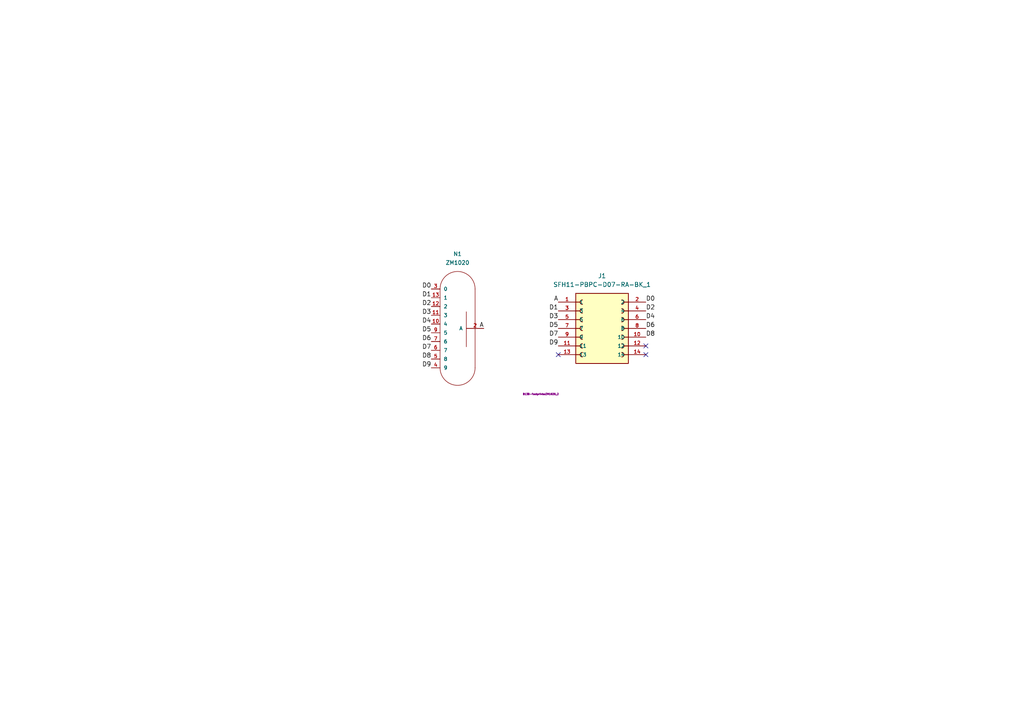
<source format=kicad_sch>
(kicad_sch (version 20230121) (generator eeschema)
  (paper "A4")
  (lib_symbols
    (symbol "B13B-symbols:SFH11-PBPC-D07-RA-BK_1" (pin_names (offset 1.016))
      (property "Reference" "J" (at -7.62 11.43 0))
      (property "Value" "SFH11-PBPC-D07-RA-BK_1" (at -7.62 -12.7 0))
      (property "Footprint" "B13B-footprints:SULLINS_SFH11-PBPC-D07-RA-BK" (at 1.27 -25.4 0))
      (symbol "SFH11-PBPC-D07-RA-BK_1_0_0"
        (rectangle (start -7.62 10.16) (end 7.62 -10.16) (stroke (width 0.254)) (fill (type background)))
        (arc (start -5.715 -6.985) (mid -6.3473 -7.62) (end -5.715 -8.255) (stroke (width 0.254)))
        (arc (start -5.715 -4.445) (mid -6.3473 -5.08) (end -5.715 -5.715) (stroke (width 0.254)))
        (arc (start -5.715 -1.905) (mid -6.3473 -2.54) (end -5.715 -3.175) (stroke (width 0.254)))
        (arc (start -5.715 0.635) (mid -6.3473 0) (end -5.715 -0.635) (stroke (width 0.254)))
        (arc (start -5.715 3.175) (mid -6.3473 2.54) (end -5.715 1.905) (stroke (width 0.254)))
        (arc (start -5.715 5.715) (mid -6.3473 5.08) (end -5.715 4.445) (stroke (width 0.254)))
        (arc (start -5.715 8.255) (mid -6.3473 7.62) (end -5.715 6.985) (stroke (width 0.254)))
        (polyline (pts (xy -7.62 -7.62) (xy -6.35 -7.62)) (stroke (width 0.254)))
        (polyline (pts (xy -7.62 -5.08) (xy -6.35 -5.08)) (stroke (width 0.254)))
        (polyline (pts (xy -7.62 -2.54) (xy -6.35 -2.54)) (stroke (width 0.254)))
        (polyline (pts (xy -7.62 0) (xy -6.35 0)) (stroke (width 0.254)))
        (polyline (pts (xy -7.62 2.54) (xy -6.35 2.54)) (stroke (width 0.254)))
        (polyline (pts (xy -7.62 5.08) (xy -6.35 5.08)) (stroke (width 0.254)))
        (polyline (pts (xy -7.62 7.62) (xy -6.35 7.62)) (stroke (width 0.254)))
        (polyline (pts (xy 7.62 -7.62) (xy 6.35 -7.62)) (stroke (width 0.254)))
        (polyline (pts (xy 7.62 -5.08) (xy 6.35 -5.08)) (stroke (width 0.254)))
        (polyline (pts (xy 7.62 -2.54) (xy 6.35 -2.54)) (stroke (width 0.254)))
        (polyline (pts (xy 7.62 0) (xy 6.35 0)) (stroke (width 0.254)))
        (polyline (pts (xy 7.62 2.54) (xy 6.35 2.54)) (stroke (width 0.254)))
        (polyline (pts (xy 7.62 5.08) (xy 6.35 5.08)) (stroke (width 0.254)))
        (polyline (pts (xy 7.62 7.62) (xy 6.35 7.62)) (stroke (width 0.254)))
        (arc (start 5.715 -8.255) (mid 6.3473 -7.62) (end 5.715 -6.985) (stroke (width 0.254)))
        (arc (start 5.715 -5.715) (mid 6.3473 -5.08) (end 5.715 -4.445) (stroke (width 0.254)))
        (arc (start 5.715 -3.175) (mid 6.3473 -2.54) (end 5.715 -1.905) (stroke (width 0.254)))
        (arc (start 5.715 -0.635) (mid 6.3473 0) (end 5.715 0.635) (stroke (width 0.254)))
        (arc (start 5.715 1.905) (mid 6.3473 2.54) (end 5.715 3.175) (stroke (width 0.254)))
        (arc (start 5.715 4.445) (mid 6.3473 5.08) (end 5.715 5.715) (stroke (width 0.254)))
        (arc (start 5.715 6.985) (mid 6.3473 7.62) (end 5.715 8.255) (stroke (width 0.254)))
        (pin passive line (at -12.7 7.62 0) (length 5.08) (name "1") (number "1"))
        (pin passive line (at 12.7 -2.54 180) (length 5.08) (name "10") (number "10"))
        (pin passive line (at -12.7 -5.08 0) (length 5.08) (name "11") (number "11"))
        (pin passive line (at 12.7 -5.08 180) (length 5.08) (name "12") (number "12"))
        (pin passive line (at -12.7 -7.62 0) (length 5.08) (name "13") (number "13"))
        (pin passive line (at 12.7 -7.62 180) (length 5.08) (name "14") (number "14"))
        (pin passive line (at 12.7 7.62 180) (length 5.08) (name "2") (number "2"))
        (pin passive line (at -12.7 5.08 0) (length 5.08) (name "3") (number "3"))
        (pin passive line (at 12.7 5.08 180) (length 5.08) (name "4") (number "4"))
        (pin passive line (at -12.7 2.54 0) (length 5.08) (name "5") (number "5"))
        (pin passive line (at 12.7 2.54 180) (length 5.08) (name "6") (number "6"))
        (pin passive line (at -12.7 0 0) (length 5.08) (name "7") (number "7"))
        (pin passive line (at 12.7 0 180) (length 5.08) (name "8") (number "8"))
        (pin passive line (at -12.7 -2.54 0) (length 5.08) (name "9") (number "9"))
      )
    )
    (symbol "B13B-symbols:ZM1020" (pin_names (offset 1.016))
      (property "Reference" "N" (at -38.862 41.656 0))
      (property "Value" "ZM1020" (at -38.862 5.334 0))
      (symbol "ZM1020_1_0"
        (polyline (pts (xy -40.64 35.56) (xy -40.64 12.7)))
        (polyline (pts (xy -33.02 28.956) (xy -33.02 18.796)))
        (polyline (pts (xy -30.48 35.56) (xy -30.48 12.7)))
      )
      (symbol "ZM1020_1_1"
        (arc (start -40.64 12.7) (mid -35.56 7.6421) (end -30.48 12.7))
        (arc (start -30.48 35.56) (mid -35.56 40.6179) (end -40.64 35.56))
        (pin passive line (at -43.18 25.4 0) (length 2.54) (name "4") (number "10"))
        (pin passive line (at -43.18 27.94 0) (length 2.54) (name "3") (number "11"))
        (pin passive line (at -43.18 30.48 0) (length 2.54) (name "2") (number "12"))
        (pin passive line (at -43.18 33.02 0) (length 2.54) (name "1") (number "13"))
        (pin passive line (at -27.94 24.13 180) (length 5.08) (name "A") (number "2"))
        (pin passive line (at -43.18 35.56 0) (length 2.54) (name "0") (number "3"))
        (pin passive line (at -43.18 12.7 0) (length 2.54) (name "9") (number "4"))
        (pin passive line (at -43.18 15.24 0) (length 2.54) (name "8") (number "5"))
        (pin passive line (at -43.18 17.78 0) (length 2.54) (name "7") (number "6"))
        (pin passive line (at -43.18 20.32 0) (length 2.54) (name "6") (number "7"))
        (pin passive line (at -43.18 22.86 0) (length 2.54) (name "5") (number "9"))
      )
    )
  )
  (no_connect (at 187.325 102.87))
  (no_connect (at 187.325 100.33))
  (no_connect (at 161.925 102.87))
  (label "D2" (at 125.095 88.9 180))
  (label "D4" (at 187.325 92.71 0))
  (label "A" (at 140.335 95.25 180))
  (label "D7" (at 161.925 97.79 180))
  (label "D7" (at 125.095 101.6 180))
  (label "D8" (at 187.325 97.79 0))
  (label "D3" (at 161.925 92.71 180))
  (label "D1" (at 161.925 90.17 180))
  (label "D2" (at 187.325 90.17 0))
  (label "A" (at 161.925 87.63 180))
  (label "D3" (at 125.095 91.44 180))
  (label "D4" (at 125.095 93.98 180))
  (label "D6" (at 125.095 99.06 180))
  (label "D8" (at 125.095 104.14 180))
  (label "D0" (at 125.095 83.82 180))
  (label "D0" (at 187.325 87.63 0))
  (label "D9" (at 161.925 100.33 180))
  (label "D1" (at 125.095 86.36 180))
  (label "D6" (at 187.325 95.25 0))
  (label "D5" (at 125.095 96.52 180))
  (label "D5" (at 161.925 95.25 180))
  (label "D9" (at 125.095 106.68 180))
  (symbol (lib_id "B13B-symbols:SFH11-PBPC-D07-RA-BK_1") (at 174.625 95.25 0) (unit 1)
    (property "Reference" "J1" (at 174.625 80.01 0))
    (property "Value" "SFH11-PBPC-D07-RA-BK_1" (at 174.625 82.55 0))
    (property "Footprint" "B13B-footprints:SULLINS_SFH11-PBPC-D07-RA-BK" (effects hide))
    (property "MF" "Sullins Connector" (effects hide))
    (property "MAXIMUM_PACKAGE_HEIGHT" "8.5 mm" (effects hide))
    (property "Package" "None" (effects hide))
    (property "Price" "None" (effects hide))
    (property "Check_prices" "https://www.snapeda.com/parts/SFH11-PBPC-D07-ST-BK/Sullins+Connector+Solutions/view-part/?ref=eda" (effects hide))
    (property "STANDARD" "Manufacturer Recommendations" (effects hide))
    (property "PARTREV" "J" (effects hide))
    (property "SnapEDA_Link" "https://www.snapeda.com/parts/SFH11-PBPC-D07-ST-BK/Sullins+Connector+Solutions/view-part/?ref=snap" (effects hide))
    (property "MP" "SFH11-PBPC-D07-ST-BK" (effects hide))
    (property "Purchase-URL" "https://www.snapeda.com/api/url_track_click_mouser/?unipart_id=851415&manufacturer=Sullins Connector&part_name=SFH11-PBPC-D07-ST-BK&search_term=sullins sfh11-pbpc-d07-st-bk" (effects hide))
    (property "Description" "\n14 Position Header Connector 0.100 (2.54mm) Through Hole Gold\n" (effects hide))
    (property "Availability" "In Stock" (effects hide))
    (property "MANUFACTURER" "Sullins Connector" (effects hide))
  )
  (symbol (lib_id "B13B-symbols:ZM1020") (at 168.275 119.38 0) (unit 1)
    (property "Reference" "N1" (at 132.715 73.66 0) (effects (font (size 1.143 1.143))))
    (property "Value" "ZM1020" (at 132.715 76.2 0) (effects (font (size 1.143 1.143))))
    (property "Footprint" "B13B-footprints:ZM1020_2" (at 156.845 114.3 0) (effects (font (size 0.508 0.508))))
  )
)
</source>
